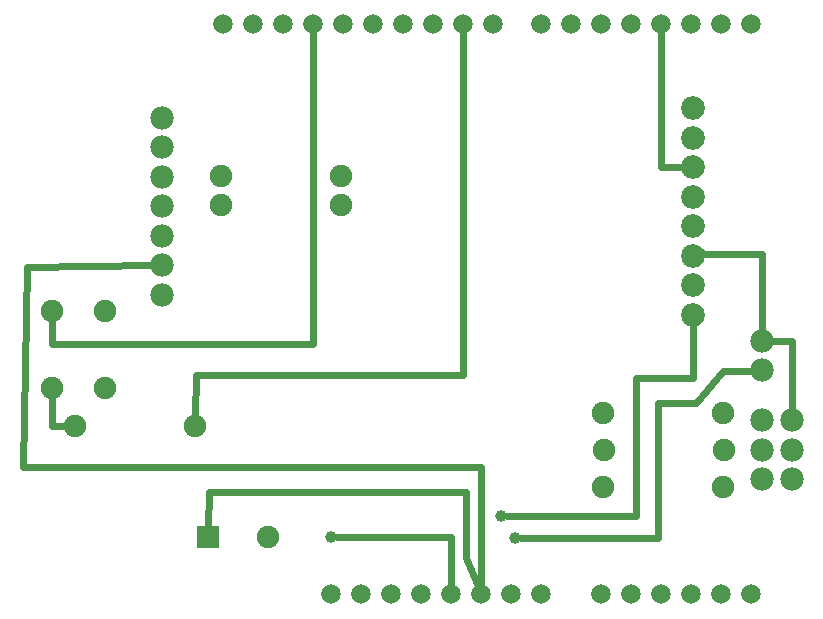
<source format=gbl>
G04 MADE WITH FRITZING*
G04 WWW.FRITZING.ORG*
G04 DOUBLE SIDED*
G04 HOLES PLATED*
G04 CONTOUR ON CENTER OF CONTOUR VECTOR*
%ASAXBY*%
%FSLAX23Y23*%
%MOIN*%
%OFA0B0*%
%SFA1.0B1.0*%
%ADD10C,0.078000*%
%ADD11C,0.075000*%
%ADD12C,0.079370*%
%ADD13C,0.065278*%
%ADD14C,0.039370*%
%ADD15R,0.075000X0.075000*%
%ADD16C,0.024000*%
%LNCOPPER0*%
G90*
G70*
G54D10*
X537Y1689D03*
X537Y1591D03*
X537Y1492D03*
X537Y1394D03*
X537Y1296D03*
X537Y1197D03*
X537Y1099D03*
G54D11*
X171Y788D03*
X171Y1044D03*
X348Y788D03*
X348Y1044D03*
X249Y662D03*
X649Y662D03*
X735Y1398D03*
X1135Y1398D03*
X691Y292D03*
X891Y292D03*
X2413Y583D03*
X2013Y583D03*
X736Y1496D03*
X1136Y1496D03*
X2409Y457D03*
X2009Y457D03*
X2409Y705D03*
X2009Y705D03*
G54D12*
X2309Y1721D03*
X2309Y1622D03*
X2309Y1524D03*
X2309Y1425D03*
X2309Y1327D03*
X2309Y1229D03*
X2309Y1130D03*
X2309Y1032D03*
G54D13*
X2103Y100D03*
X2203Y100D03*
X2303Y100D03*
X2403Y100D03*
X2503Y100D03*
X1643Y2000D03*
X1543Y2000D03*
X1443Y2000D03*
X1343Y2000D03*
X1243Y2000D03*
X1143Y2000D03*
X1043Y2000D03*
X943Y2000D03*
X843Y2000D03*
X743Y2000D03*
X2503Y2000D03*
X2403Y2000D03*
X2303Y2000D03*
X2203Y2000D03*
X2103Y2000D03*
X2003Y2000D03*
X1903Y2000D03*
X1803Y2000D03*
X1203Y100D03*
X1103Y100D03*
X1303Y100D03*
X1403Y100D03*
X1503Y100D03*
X1603Y100D03*
X1703Y100D03*
X1803Y100D03*
X2003Y100D03*
G54D14*
X1668Y361D03*
X1716Y289D03*
X1102Y293D03*
G54D10*
X2639Y681D03*
X2639Y583D03*
X2639Y485D03*
X2537Y681D03*
X2537Y583D03*
X2537Y485D03*
X2537Y945D03*
X2537Y847D03*
G54D15*
X691Y292D03*
G54D16*
X2639Y945D02*
X2639Y711D01*
D02*
X2567Y945D02*
X2639Y945D01*
D02*
X2537Y1235D02*
X2537Y975D01*
D02*
X2324Y1235D02*
X2537Y1235D01*
D02*
X2337Y1240D02*
X2324Y1235D01*
D02*
X2203Y1969D02*
X2203Y1524D01*
D02*
X2203Y1524D02*
X2278Y1524D01*
D02*
X651Y831D02*
X1543Y831D01*
D02*
X650Y690D02*
X651Y831D01*
D02*
X1543Y831D02*
X1543Y1969D01*
D02*
X1503Y132D02*
X1503Y293D01*
D02*
X87Y1190D02*
X507Y1197D01*
D02*
X76Y524D02*
X87Y1190D01*
D02*
X1603Y132D02*
X1603Y524D01*
D02*
X1603Y524D02*
X76Y524D01*
D02*
X2118Y361D02*
X1687Y361D01*
D02*
X2309Y823D02*
X2118Y823D01*
D02*
X2118Y823D02*
X2118Y361D01*
D02*
X2309Y1001D02*
X2309Y823D01*
D02*
X2193Y289D02*
X1735Y289D01*
D02*
X2193Y739D02*
X2193Y289D01*
D02*
X2320Y739D02*
X2193Y739D01*
D02*
X2407Y845D02*
X2320Y739D01*
D02*
X2507Y846D02*
X2407Y845D01*
D02*
X1121Y293D02*
X1503Y293D01*
D02*
X171Y934D02*
X1043Y934D01*
D02*
X1043Y934D02*
X1043Y1969D01*
D02*
X171Y1015D02*
X171Y934D01*
D02*
X171Y662D02*
X171Y759D01*
D02*
X221Y662D02*
X171Y662D01*
D02*
X1553Y221D02*
X1553Y442D01*
D02*
X1553Y442D02*
X695Y442D01*
D02*
X1591Y129D02*
X1553Y221D01*
D02*
X695Y442D02*
X692Y320D01*
G04 End of Copper0*
M02*
</source>
